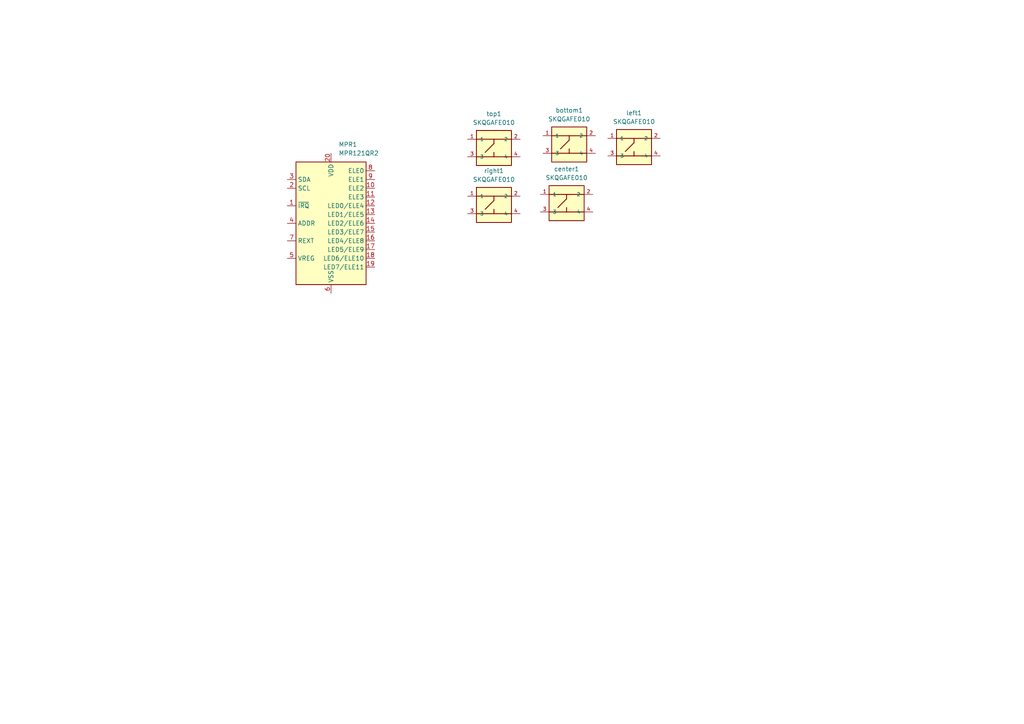
<source format=kicad_sch>
(kicad_sch (version 20230121) (generator eeschema)
  (paper "A4")
  (lib_symbols
    (symbol "Sensor_Touch:MPR121QR2"
      (property "Reference" "U" (at -10.16 19.05 0))
      (property "Value" "MPR121QR2" (at 6.35 19.05 0))
      (symbol "MPR121QR2_0_1"
        (rectangle (start -10.16 17.78) (end 10.16 -17.78) (stroke (width 0.254)) (fill (type background)))
      )
      (symbol "MPR121QR2_1_1"
        (pin open_collector line (at -12.7 5.08 0) (length 2.54) (name "~{IRQ}") (number "1"))
        (pin passive line (at 12.7 10.16 180) (length 2.54) (name "ELE2") (number "10"))
        (pin passive line (at 12.7 7.62 180) (length 2.54) (name "ELE3") (number "11"))
        (pin passive line (at 12.7 5.08 180) (length 2.54) (name "LED0/ELE4") (number "12"))
        (pin passive line (at 12.7 2.54 180) (length 2.54) (name "LED1/ELE5") (number "13"))
        (pin passive line (at 12.7 0 180) (length 2.54) (name "LED2/ELE6") (number "14"))
        (pin passive line (at 12.7 -2.54 180) (length 2.54) (name "LED3/ELE7") (number "15"))
        (pin passive line (at 12.7 -5.08 180) (length 2.54) (name "LED4/ELE8") (number "16"))
        (pin passive line (at 12.7 -7.62 180) (length 2.54) (name "LED5/ELE9") (number "17"))
        (pin passive line (at 12.7 -10.16 180) (length 2.54) (name "LED6/ELE10") (number "18"))
        (pin passive line (at 12.7 -12.7 180) (length 2.54) (name "LED7/ELE11") (number "19"))
        (pin input line (at -12.7 10.16 0) (length 2.54) (name "SCL") (number "2"))
        (pin power_in line (at 0 20.32 270) (length 2.54) (name "VDD") (number "20"))
        (pin bidirectional line (at -12.7 12.7 0) (length 2.54) (name "SDA") (number "3"))
        (pin input line (at -12.7 0 0) (length 2.54) (name "ADDR") (number "4"))
        (pin passive line (at -12.7 -10.16 0) (length 2.54) (name "VREG") (number "5"))
        (pin power_in line (at 0 -20.32 90) (length 2.54) (name "VSS") (number "6"))
        (pin passive line (at -12.7 -5.08 0) (length 2.54) (name "REXT") (number "7"))
        (pin passive line (at 12.7 15.24 180) (length 2.54) (name "ELE0") (number "8"))
        (pin passive line (at 12.7 12.7 180) (length 2.54) (name "ELE1") (number "9"))
      )
    )
    (symbol "openpod:SKQGAFE010" (pin_names (offset 1.016))
      (property "Reference" "S" (at -5.0865 5.3408 0))
      (property "Value" "SKQGAFE010" (at -5.0819 -7.6228 0))
      (symbol "SKQGAFE010_0_0"
        (rectangle (start -5.08 -5.08) (end 5.08 5.08) (stroke (width 0.254)) (fill (type background)))
        (polyline (pts (xy -5.08 -2.54) (xy 0 -2.54)) (stroke (width 0.254)))
        (polyline (pts (xy -5.08 2.54) (xy 0 2.54)) (stroke (width 0.254)))
        (polyline (pts (xy 0 -2.54) (xy 0 -1.27)) (stroke (width 0.254)))
        (polyline (pts (xy 0 -2.54) (xy 5.08 -2.54)) (stroke (width 0.254)))
        (polyline (pts (xy 0 1.27) (xy -2.54 -1.27)) (stroke (width 0.254)))
        (polyline (pts (xy 0 2.54) (xy 0 1.27)) (stroke (width 0.254)))
        (polyline (pts (xy 0 2.54) (xy 5.08 2.54)) (stroke (width 0.254)))
        (pin passive line (at -7.62 2.54 0) (length 2.54) (name "1") (number "1"))
        (pin passive line (at 7.62 2.54 180) (length 2.54) (name "2") (number "2"))
        (pin passive line (at -7.62 -2.54 0) (length 2.54) (name "3") (number "3"))
        (pin passive line (at 7.62 -2.54 180) (length 2.54) (name "4") (number "4"))
      )
    )
  )
  (symbol (lib_id "openpod:SKQGAFE010") (at 143.256 42.926 0) (unit 1)
    (property "Reference" "top1" (at 143.256 33.02 0))
    (property "Value" "SKQGAFE010" (at 143.256 35.56 0))
    (property "Footprint" "openpod:SW_SKQGAFE010" (effects hide))
    (property "Datasheet" "https://eu.mouser.com/datasheet/2/15/SKQG-1155865.pdf" (effects hide))
    (property "Manufacturer" "Alps Alpine" (effects hide))
    (property "Part number" "SKQGAFE010" (effects hide))
    (property "Supplier" "DigiKey" (effects hide))
    (property "Supplier Part number" "4809-SKQGAFE010TR-ND" (effects hide))
  )
  (symbol (lib_id "openpod:SKQGAFE010") (at 164.338 58.928 0) (unit 1)
    (property "Reference" "center1" (at 164.338 49.022 0))
    (property "Value" "SKQGAFE010" (at 164.338 51.562 0))
    (property "Footprint" "openpod:SW_SKQGAFE010" (effects hide))
    (property "Datasheet" "https://eu.mouser.com/datasheet/2/15/SKQG-1155865.pdf" (effects hide))
    (property "Manufacturer" "Alps Alpine" (effects hide))
    (property "Part number" "SKQGAFE010" (effects hide))
    (property "Supplier" "DigiKey" (effects hide))
    (property "Supplier Part number" "4809-SKQGAFE010TR-ND" (effects hide))
  )
  (symbol (lib_id "Sensor_Touch:MPR121QR2") (at 96.012 64.77 0) (unit 1)
    (property "Reference" "MPR1" (at 98.2061 41.91 0) (effects (justify left)))
    (property "Value" "MPR121QR2" (at 98.2061 44.45 0) (effects (justify left)))
    (property "Footprint" "Package_DFN_QFN:UQFN-20_3x3mm_P0.4mm" (effects hide))
    (property "Datasheet" "https://resurgentsemi.com/wp-content/uploads/2018/09/MPR121_rev5-Resurgent.pdf?d453f8&d453f8" (effects hide))
    (property "Manufacturer" "NXP USA Inc." (effects hide))
    (property "Part number" "MPR121QR2" (effects hide))
    (property "Supplier" "DigiKey" (effects hide))
    (property "Supplier Part number" "MPR121QR2TR-ND" (effects hide))
  )
  (symbol (lib_id "openpod:SKQGAFE010") (at 165.1 41.91 0) (unit 1)
    (property "Reference" "bottom1" (at 165.1 32.004 0))
    (property "Value" "SKQGAFE010" (at 165.1 34.544 0))
    (property "Footprint" "openpod:SW_SKQGAFE010" (effects hide))
    (property "Datasheet" "https://eu.mouser.com/datasheet/2/15/SKQG-1155865.pdf" (effects hide))
    (property "Manufacturer" "Alps Alpine" (effects hide))
    (property "Part number" "SKQGAFE010" (effects hide))
    (property "Supplier" "DigiKey" (effects hide))
    (property "Supplier Part number" "4809-SKQGAFE010TR-ND" (effects hide))
  )
  (symbol (lib_id "openpod:SKQGAFE010") (at 183.896 42.672 0) (unit 1)
    (property "Reference" "left1" (at 183.896 32.766 0))
    (property "Value" "SKQGAFE010" (at 183.896 35.306 0))
    (property "Footprint" "openpod:SW_SKQGAFE010" (effects hide))
    (property "Datasheet" "https://eu.mouser.com/datasheet/2/15/SKQG-1155865.pdf" (effects hide))
    (property "Manufacturer" "Alps Alpine" (effects hide))
    (property "Part number" "SKQGAFE010" (effects hide))
    (property "Supplier" "DigiKey" (effects hide))
    (property "Supplier Part number" "4809-SKQGAFE010TR-ND" (effects hide))
  )
  (symbol (lib_id "openpod:SKQGAFE010") (at 143.256 59.436 0) (unit 1)
    (property "Reference" "right1" (at 143.256 49.53 0))
    (property "Value" "SKQGAFE010" (at 143.256 52.07 0))
    (property "Footprint" "openpod:SW_SKQGAFE010" (effects hide))
    (property "Datasheet" "https://eu.mouser.com/datasheet/2/15/SKQG-1155865.pdf" (effects hide))
    (property "Manufacturer" "Alps Alpine" (effects hide))
    (property "Part number" "SKQGAFE010" (effects hide))
    (property "Supplier" "DigiKey" (effects hide))
    (property "Supplier Part number" "4809-SKQGAFE010TR-ND" (effects hide))
  )
)
</source>
